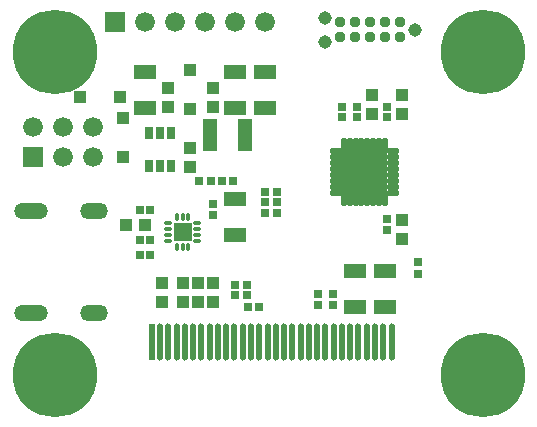
<source format=gbs>
G04 Layer_Color=16711935*
%FSLAX25Y25*%
%MOIN*%
G70*
G01*
G75*
%ADD52R,0.02765X0.02568*%
%ADD53C,0.04500*%
%ADD54C,0.28159*%
%ADD55C,0.06600*%
%ADD56R,0.06600X0.06600*%
%ADD57O,0.11236X0.05331*%
%ADD58O,0.09268X0.05331*%
%ADD59C,0.03700*%
%ADD60R,0.02962X0.04143*%
%ADD61R,0.03947X0.03947*%
%ADD62R,0.02568X0.02765*%
%ADD63R,0.15173X0.15173*%
%ADD64O,0.01984X0.04347*%
%ADD65O,0.04347X0.01984*%
%ADD66O,0.01384X0.02959*%
%ADD67O,0.02959X0.01384*%
%ADD68R,0.06109X0.06109*%
%ADD69R,0.04931X0.10994*%
G04:AMPARAMS|DCode=70|XSize=21.75mil|YSize=124.11mil|CornerRadius=10.87mil|HoleSize=0mil|Usage=FLASHONLY|Rotation=0.000|XOffset=0mil|YOffset=0mil|HoleType=Round|Shape=RoundedRectangle|*
%AMROUNDEDRECTD70*
21,1,0.02175,0.10236,0,0,0.0*
21,1,0.00000,0.12411,0,0,0.0*
1,1,0.02175,0.00000,-0.05118*
1,1,0.02175,0.00000,-0.05118*
1,1,0.02175,0.00000,0.05118*
1,1,0.02175,0.00000,0.05118*
%
%ADD70ROUNDEDRECTD70*%
%ADD71R,0.02175X0.12411*%
%ADD72R,0.07490X0.04537*%
%ADD73R,0.04340X0.03947*%
%ADD74R,0.03120X0.03120*%
%ADD75R,0.03947X0.03947*%
%ADD76R,0.03120X0.03120*%
%ADD77R,0.03947X0.04340*%
D52*
X236000Y152370D02*
D03*
Y148630D02*
D03*
X207500Y141870D02*
D03*
Y138130D02*
D03*
X202500Y141870D02*
D03*
Y138130D02*
D03*
D53*
X205000Y226000D02*
D03*
Y234000D02*
D03*
X235000Y230000D02*
D03*
D54*
X115000Y115000D02*
D03*
X257500Y222500D02*
D03*
Y115000D02*
D03*
X115000Y222500D02*
D03*
D55*
X127500Y197500D02*
D03*
Y187500D02*
D03*
X117500Y197500D02*
D03*
Y187500D02*
D03*
X107500Y197500D02*
D03*
X165000Y232500D02*
D03*
X145000D02*
D03*
X175000D02*
D03*
X155000D02*
D03*
X185000D02*
D03*
D56*
X107500Y187500D02*
D03*
X135000Y232500D02*
D03*
D57*
X107026Y135492D02*
D03*
Y169508D02*
D03*
D58*
X128128Y135492D02*
D03*
Y169508D02*
D03*
D59*
X230000Y227500D02*
D03*
X225000D02*
D03*
X220000D02*
D03*
X215000D02*
D03*
X210000D02*
D03*
Y232500D02*
D03*
X215000D02*
D03*
X220000D02*
D03*
X225000D02*
D03*
X230000D02*
D03*
D60*
X153740Y184390D02*
D03*
X150000D02*
D03*
X146260D02*
D03*
Y195610D02*
D03*
X150000D02*
D03*
X153740D02*
D03*
D61*
X136594Y207500D02*
D03*
X123406D02*
D03*
D62*
X178870Y141500D02*
D03*
X175130D02*
D03*
X163130Y179500D02*
D03*
X166870D02*
D03*
X170630D02*
D03*
X174370D02*
D03*
X185130Y176000D02*
D03*
X188870D02*
D03*
X185130Y172500D02*
D03*
X188870D02*
D03*
X185130Y169000D02*
D03*
X188870D02*
D03*
X178870Y145000D02*
D03*
X175130D02*
D03*
X183000Y137500D02*
D03*
X179260D02*
D03*
D63*
X218126Y182500D02*
D03*
D64*
X225016Y191949D02*
D03*
X223047D02*
D03*
X221079D02*
D03*
X219110D02*
D03*
X217142D02*
D03*
X215173D02*
D03*
X213205D02*
D03*
X211236D02*
D03*
Y173051D02*
D03*
X213205D02*
D03*
X215173D02*
D03*
X217142D02*
D03*
X219110D02*
D03*
X221079D02*
D03*
X223047D02*
D03*
X225016D02*
D03*
D65*
X208677Y189390D02*
D03*
Y187421D02*
D03*
Y185453D02*
D03*
Y183484D02*
D03*
Y181516D02*
D03*
Y179547D02*
D03*
Y177579D02*
D03*
Y175610D02*
D03*
X227575D02*
D03*
Y177579D02*
D03*
Y179547D02*
D03*
Y181516D02*
D03*
Y183484D02*
D03*
Y185453D02*
D03*
Y187421D02*
D03*
Y189390D02*
D03*
D66*
X155532Y167500D02*
D03*
X157500D02*
D03*
X159468D02*
D03*
Y157658D02*
D03*
X157500D02*
D03*
X155532D02*
D03*
D67*
X162421Y165532D02*
D03*
Y163563D02*
D03*
Y161594D02*
D03*
Y159626D02*
D03*
X152579D02*
D03*
Y161594D02*
D03*
Y163563D02*
D03*
Y165532D02*
D03*
D68*
X157500Y162579D02*
D03*
D69*
X166673Y195000D02*
D03*
X178327D02*
D03*
D70*
X218898Y125984D02*
D03*
X221654D02*
D03*
X216142D02*
D03*
X227165D02*
D03*
X224409D02*
D03*
X210630D02*
D03*
X213386D02*
D03*
X207874D02*
D03*
X205118D02*
D03*
X199606D02*
D03*
X202362D02*
D03*
X188583D02*
D03*
X191339D02*
D03*
X185827D02*
D03*
X196850D02*
D03*
X194095D02*
D03*
X180315D02*
D03*
X183071D02*
D03*
X177559D02*
D03*
X174803D02*
D03*
X163779D02*
D03*
X166535D02*
D03*
X161024D02*
D03*
X172047D02*
D03*
X169291D02*
D03*
X155512D02*
D03*
X158268D02*
D03*
X152756D02*
D03*
X150000D02*
D03*
D71*
X147244D02*
D03*
D72*
X215000Y137496D02*
D03*
Y149504D02*
D03*
X175000Y203996D02*
D03*
Y216004D02*
D03*
X185000Y203996D02*
D03*
Y216004D02*
D03*
X145000Y203996D02*
D03*
Y216004D02*
D03*
X175000Y173504D02*
D03*
Y161496D02*
D03*
X225000Y137496D02*
D03*
Y149504D02*
D03*
D73*
X157500Y139350D02*
D03*
Y145650D02*
D03*
X167500Y210650D02*
D03*
Y204350D02*
D03*
X152500Y210650D02*
D03*
Y204350D02*
D03*
X160000Y190650D02*
D03*
Y184350D02*
D03*
X230626Y208150D02*
D03*
Y201850D02*
D03*
X230500Y160350D02*
D03*
Y166650D02*
D03*
X220626Y208150D02*
D03*
Y201850D02*
D03*
X167500Y145650D02*
D03*
Y139350D02*
D03*
X162500Y145650D02*
D03*
Y139350D02*
D03*
X150500Y139350D02*
D03*
Y145650D02*
D03*
D74*
X215626Y204272D02*
D03*
Y200728D02*
D03*
X210626Y204272D02*
D03*
Y200728D02*
D03*
X167500Y168228D02*
D03*
Y171772D02*
D03*
X225626Y204272D02*
D03*
Y200728D02*
D03*
Y163228D02*
D03*
Y166772D02*
D03*
D75*
X160000Y203405D02*
D03*
Y216595D02*
D03*
X137500Y200689D02*
D03*
Y187500D02*
D03*
D76*
X143228Y170000D02*
D03*
X146772D02*
D03*
X143228Y155000D02*
D03*
X146772D02*
D03*
X143228Y160000D02*
D03*
X146772D02*
D03*
D77*
X138701Y165000D02*
D03*
X145000D02*
D03*
M02*

</source>
